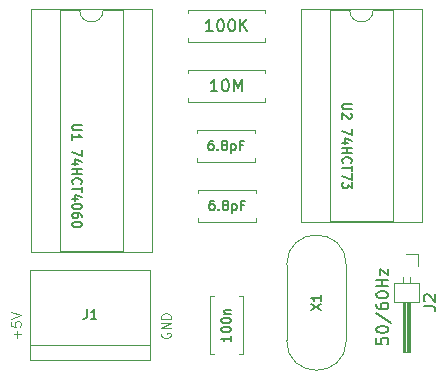
<source format=gbr>
%TF.GenerationSoftware,KiCad,Pcbnew,7.0.9*%
%TF.CreationDate,2023-11-22T20:22:54-05:00*%
%TF.ProjectId,tick-circuit,7469636b-2d63-4697-9263-7569742e6b69,rev?*%
%TF.SameCoordinates,Original*%
%TF.FileFunction,Legend,Top*%
%TF.FilePolarity,Positive*%
%FSLAX46Y46*%
G04 Gerber Fmt 4.6, Leading zero omitted, Abs format (unit mm)*
G04 Created by KiCad (PCBNEW 7.0.9) date 2023-11-22 20:22:54*
%MOMM*%
%LPD*%
G01*
G04 APERTURE LIST*
%ADD10C,0.108000*%
%ADD11C,0.150000*%
%ADD12C,0.141000*%
%ADD13C,0.120000*%
G04 APERTURE END LIST*
D10*
X30082574Y-41249523D02*
X30044479Y-41325713D01*
X30044479Y-41325713D02*
X30044479Y-41439999D01*
X30044479Y-41439999D02*
X30082574Y-41554285D01*
X30082574Y-41554285D02*
X30158764Y-41630475D01*
X30158764Y-41630475D02*
X30234955Y-41668570D01*
X30234955Y-41668570D02*
X30387336Y-41706666D01*
X30387336Y-41706666D02*
X30501622Y-41706666D01*
X30501622Y-41706666D02*
X30654003Y-41668570D01*
X30654003Y-41668570D02*
X30730193Y-41630475D01*
X30730193Y-41630475D02*
X30806384Y-41554285D01*
X30806384Y-41554285D02*
X30844479Y-41439999D01*
X30844479Y-41439999D02*
X30844479Y-41363808D01*
X30844479Y-41363808D02*
X30806384Y-41249523D01*
X30806384Y-41249523D02*
X30768288Y-41211427D01*
X30768288Y-41211427D02*
X30501622Y-41211427D01*
X30501622Y-41211427D02*
X30501622Y-41363808D01*
X30844479Y-40868570D02*
X30044479Y-40868570D01*
X30044479Y-40868570D02*
X30844479Y-40411427D01*
X30844479Y-40411427D02*
X30044479Y-40411427D01*
X30844479Y-40030475D02*
X30044479Y-40030475D01*
X30044479Y-40030475D02*
X30044479Y-39839999D01*
X30044479Y-39839999D02*
X30082574Y-39725713D01*
X30082574Y-39725713D02*
X30158764Y-39649523D01*
X30158764Y-39649523D02*
X30234955Y-39611428D01*
X30234955Y-39611428D02*
X30387336Y-39573332D01*
X30387336Y-39573332D02*
X30501622Y-39573332D01*
X30501622Y-39573332D02*
X30654003Y-39611428D01*
X30654003Y-39611428D02*
X30730193Y-39649523D01*
X30730193Y-39649523D02*
X30806384Y-39725713D01*
X30806384Y-39725713D02*
X30844479Y-39839999D01*
X30844479Y-39839999D02*
X30844479Y-40030475D01*
X17839717Y-41668570D02*
X17839717Y-41059047D01*
X18144479Y-41363808D02*
X17534955Y-41363808D01*
X17344479Y-40297142D02*
X17344479Y-40678094D01*
X17344479Y-40678094D02*
X17725431Y-40716190D01*
X17725431Y-40716190D02*
X17687336Y-40678094D01*
X17687336Y-40678094D02*
X17649241Y-40601904D01*
X17649241Y-40601904D02*
X17649241Y-40411428D01*
X17649241Y-40411428D02*
X17687336Y-40335237D01*
X17687336Y-40335237D02*
X17725431Y-40297142D01*
X17725431Y-40297142D02*
X17801622Y-40259047D01*
X17801622Y-40259047D02*
X17992098Y-40259047D01*
X17992098Y-40259047D02*
X18068288Y-40297142D01*
X18068288Y-40297142D02*
X18106384Y-40335237D01*
X18106384Y-40335237D02*
X18144479Y-40411428D01*
X18144479Y-40411428D02*
X18144479Y-40601904D01*
X18144479Y-40601904D02*
X18106384Y-40678094D01*
X18106384Y-40678094D02*
X18068288Y-40716190D01*
X17344479Y-40030475D02*
X18144479Y-39763808D01*
X18144479Y-39763808D02*
X17344479Y-39497142D01*
D11*
X52254819Y-38993333D02*
X52969104Y-38993333D01*
X52969104Y-38993333D02*
X53111961Y-39040952D01*
X53111961Y-39040952D02*
X53207200Y-39136190D01*
X53207200Y-39136190D02*
X53254819Y-39279047D01*
X53254819Y-39279047D02*
X53254819Y-39374285D01*
X52350057Y-38564761D02*
X52302438Y-38517142D01*
X52302438Y-38517142D02*
X52254819Y-38421904D01*
X52254819Y-38421904D02*
X52254819Y-38183809D01*
X52254819Y-38183809D02*
X52302438Y-38088571D01*
X52302438Y-38088571D02*
X52350057Y-38040952D01*
X52350057Y-38040952D02*
X52445295Y-37993333D01*
X52445295Y-37993333D02*
X52540533Y-37993333D01*
X52540533Y-37993333D02*
X52683390Y-38040952D01*
X52683390Y-38040952D02*
X53254819Y-38612380D01*
X53254819Y-38612380D02*
X53254819Y-37993333D01*
X48254819Y-41683809D02*
X48254819Y-42159999D01*
X48254819Y-42159999D02*
X48731009Y-42207618D01*
X48731009Y-42207618D02*
X48683390Y-42159999D01*
X48683390Y-42159999D02*
X48635771Y-42064761D01*
X48635771Y-42064761D02*
X48635771Y-41826666D01*
X48635771Y-41826666D02*
X48683390Y-41731428D01*
X48683390Y-41731428D02*
X48731009Y-41683809D01*
X48731009Y-41683809D02*
X48826247Y-41636190D01*
X48826247Y-41636190D02*
X49064342Y-41636190D01*
X49064342Y-41636190D02*
X49159580Y-41683809D01*
X49159580Y-41683809D02*
X49207200Y-41731428D01*
X49207200Y-41731428D02*
X49254819Y-41826666D01*
X49254819Y-41826666D02*
X49254819Y-42064761D01*
X49254819Y-42064761D02*
X49207200Y-42159999D01*
X49207200Y-42159999D02*
X49159580Y-42207618D01*
X48254819Y-41017142D02*
X48254819Y-40921904D01*
X48254819Y-40921904D02*
X48302438Y-40826666D01*
X48302438Y-40826666D02*
X48350057Y-40779047D01*
X48350057Y-40779047D02*
X48445295Y-40731428D01*
X48445295Y-40731428D02*
X48635771Y-40683809D01*
X48635771Y-40683809D02*
X48873866Y-40683809D01*
X48873866Y-40683809D02*
X49064342Y-40731428D01*
X49064342Y-40731428D02*
X49159580Y-40779047D01*
X49159580Y-40779047D02*
X49207200Y-40826666D01*
X49207200Y-40826666D02*
X49254819Y-40921904D01*
X49254819Y-40921904D02*
X49254819Y-41017142D01*
X49254819Y-41017142D02*
X49207200Y-41112380D01*
X49207200Y-41112380D02*
X49159580Y-41159999D01*
X49159580Y-41159999D02*
X49064342Y-41207618D01*
X49064342Y-41207618D02*
X48873866Y-41255237D01*
X48873866Y-41255237D02*
X48635771Y-41255237D01*
X48635771Y-41255237D02*
X48445295Y-41207618D01*
X48445295Y-41207618D02*
X48350057Y-41159999D01*
X48350057Y-41159999D02*
X48302438Y-41112380D01*
X48302438Y-41112380D02*
X48254819Y-41017142D01*
X48207200Y-39540952D02*
X49492914Y-40398094D01*
X48254819Y-38779047D02*
X48254819Y-38969523D01*
X48254819Y-38969523D02*
X48302438Y-39064761D01*
X48302438Y-39064761D02*
X48350057Y-39112380D01*
X48350057Y-39112380D02*
X48492914Y-39207618D01*
X48492914Y-39207618D02*
X48683390Y-39255237D01*
X48683390Y-39255237D02*
X49064342Y-39255237D01*
X49064342Y-39255237D02*
X49159580Y-39207618D01*
X49159580Y-39207618D02*
X49207200Y-39159999D01*
X49207200Y-39159999D02*
X49254819Y-39064761D01*
X49254819Y-39064761D02*
X49254819Y-38874285D01*
X49254819Y-38874285D02*
X49207200Y-38779047D01*
X49207200Y-38779047D02*
X49159580Y-38731428D01*
X49159580Y-38731428D02*
X49064342Y-38683809D01*
X49064342Y-38683809D02*
X48826247Y-38683809D01*
X48826247Y-38683809D02*
X48731009Y-38731428D01*
X48731009Y-38731428D02*
X48683390Y-38779047D01*
X48683390Y-38779047D02*
X48635771Y-38874285D01*
X48635771Y-38874285D02*
X48635771Y-39064761D01*
X48635771Y-39064761D02*
X48683390Y-39159999D01*
X48683390Y-39159999D02*
X48731009Y-39207618D01*
X48731009Y-39207618D02*
X48826247Y-39255237D01*
X48254819Y-38064761D02*
X48254819Y-37969523D01*
X48254819Y-37969523D02*
X48302438Y-37874285D01*
X48302438Y-37874285D02*
X48350057Y-37826666D01*
X48350057Y-37826666D02*
X48445295Y-37779047D01*
X48445295Y-37779047D02*
X48635771Y-37731428D01*
X48635771Y-37731428D02*
X48873866Y-37731428D01*
X48873866Y-37731428D02*
X49064342Y-37779047D01*
X49064342Y-37779047D02*
X49159580Y-37826666D01*
X49159580Y-37826666D02*
X49207200Y-37874285D01*
X49207200Y-37874285D02*
X49254819Y-37969523D01*
X49254819Y-37969523D02*
X49254819Y-38064761D01*
X49254819Y-38064761D02*
X49207200Y-38159999D01*
X49207200Y-38159999D02*
X49159580Y-38207618D01*
X49159580Y-38207618D02*
X49064342Y-38255237D01*
X49064342Y-38255237D02*
X48873866Y-38302856D01*
X48873866Y-38302856D02*
X48635771Y-38302856D01*
X48635771Y-38302856D02*
X48445295Y-38255237D01*
X48445295Y-38255237D02*
X48350057Y-38207618D01*
X48350057Y-38207618D02*
X48302438Y-38159999D01*
X48302438Y-38159999D02*
X48254819Y-38064761D01*
X49254819Y-37302856D02*
X48254819Y-37302856D01*
X48731009Y-37302856D02*
X48731009Y-36731428D01*
X49254819Y-36731428D02*
X48254819Y-36731428D01*
X48588152Y-36350475D02*
X48588152Y-35826666D01*
X48588152Y-35826666D02*
X49254819Y-36350475D01*
X49254819Y-36350475D02*
X49254819Y-35826666D01*
X34393333Y-15694819D02*
X33821905Y-15694819D01*
X34107619Y-15694819D02*
X34107619Y-14694819D01*
X34107619Y-14694819D02*
X34012381Y-14837676D01*
X34012381Y-14837676D02*
X33917143Y-14932914D01*
X33917143Y-14932914D02*
X33821905Y-14980533D01*
X35012381Y-14694819D02*
X35107619Y-14694819D01*
X35107619Y-14694819D02*
X35202857Y-14742438D01*
X35202857Y-14742438D02*
X35250476Y-14790057D01*
X35250476Y-14790057D02*
X35298095Y-14885295D01*
X35298095Y-14885295D02*
X35345714Y-15075771D01*
X35345714Y-15075771D02*
X35345714Y-15313866D01*
X35345714Y-15313866D02*
X35298095Y-15504342D01*
X35298095Y-15504342D02*
X35250476Y-15599580D01*
X35250476Y-15599580D02*
X35202857Y-15647200D01*
X35202857Y-15647200D02*
X35107619Y-15694819D01*
X35107619Y-15694819D02*
X35012381Y-15694819D01*
X35012381Y-15694819D02*
X34917143Y-15647200D01*
X34917143Y-15647200D02*
X34869524Y-15599580D01*
X34869524Y-15599580D02*
X34821905Y-15504342D01*
X34821905Y-15504342D02*
X34774286Y-15313866D01*
X34774286Y-15313866D02*
X34774286Y-15075771D01*
X34774286Y-15075771D02*
X34821905Y-14885295D01*
X34821905Y-14885295D02*
X34869524Y-14790057D01*
X34869524Y-14790057D02*
X34917143Y-14742438D01*
X34917143Y-14742438D02*
X35012381Y-14694819D01*
X35964762Y-14694819D02*
X36060000Y-14694819D01*
X36060000Y-14694819D02*
X36155238Y-14742438D01*
X36155238Y-14742438D02*
X36202857Y-14790057D01*
X36202857Y-14790057D02*
X36250476Y-14885295D01*
X36250476Y-14885295D02*
X36298095Y-15075771D01*
X36298095Y-15075771D02*
X36298095Y-15313866D01*
X36298095Y-15313866D02*
X36250476Y-15504342D01*
X36250476Y-15504342D02*
X36202857Y-15599580D01*
X36202857Y-15599580D02*
X36155238Y-15647200D01*
X36155238Y-15647200D02*
X36060000Y-15694819D01*
X36060000Y-15694819D02*
X35964762Y-15694819D01*
X35964762Y-15694819D02*
X35869524Y-15647200D01*
X35869524Y-15647200D02*
X35821905Y-15599580D01*
X35821905Y-15599580D02*
X35774286Y-15504342D01*
X35774286Y-15504342D02*
X35726667Y-15313866D01*
X35726667Y-15313866D02*
X35726667Y-15075771D01*
X35726667Y-15075771D02*
X35774286Y-14885295D01*
X35774286Y-14885295D02*
X35821905Y-14790057D01*
X35821905Y-14790057D02*
X35869524Y-14742438D01*
X35869524Y-14742438D02*
X35964762Y-14694819D01*
X36726667Y-15694819D02*
X36726667Y-14694819D01*
X37298095Y-15694819D02*
X36869524Y-15123390D01*
X37298095Y-14694819D02*
X36726667Y-15266247D01*
X34798095Y-20774819D02*
X34226667Y-20774819D01*
X34512381Y-20774819D02*
X34512381Y-19774819D01*
X34512381Y-19774819D02*
X34417143Y-19917676D01*
X34417143Y-19917676D02*
X34321905Y-20012914D01*
X34321905Y-20012914D02*
X34226667Y-20060533D01*
X35417143Y-19774819D02*
X35512381Y-19774819D01*
X35512381Y-19774819D02*
X35607619Y-19822438D01*
X35607619Y-19822438D02*
X35655238Y-19870057D01*
X35655238Y-19870057D02*
X35702857Y-19965295D01*
X35702857Y-19965295D02*
X35750476Y-20155771D01*
X35750476Y-20155771D02*
X35750476Y-20393866D01*
X35750476Y-20393866D02*
X35702857Y-20584342D01*
X35702857Y-20584342D02*
X35655238Y-20679580D01*
X35655238Y-20679580D02*
X35607619Y-20727200D01*
X35607619Y-20727200D02*
X35512381Y-20774819D01*
X35512381Y-20774819D02*
X35417143Y-20774819D01*
X35417143Y-20774819D02*
X35321905Y-20727200D01*
X35321905Y-20727200D02*
X35274286Y-20679580D01*
X35274286Y-20679580D02*
X35226667Y-20584342D01*
X35226667Y-20584342D02*
X35179048Y-20393866D01*
X35179048Y-20393866D02*
X35179048Y-20155771D01*
X35179048Y-20155771D02*
X35226667Y-19965295D01*
X35226667Y-19965295D02*
X35274286Y-19870057D01*
X35274286Y-19870057D02*
X35321905Y-19822438D01*
X35321905Y-19822438D02*
X35417143Y-19774819D01*
X36179048Y-20774819D02*
X36179048Y-19774819D01*
X36179048Y-19774819D02*
X36512381Y-20489104D01*
X36512381Y-20489104D02*
X36845714Y-19774819D01*
X36845714Y-19774819D02*
X36845714Y-20774819D01*
X23297704Y-23616190D02*
X22650085Y-23616190D01*
X22650085Y-23616190D02*
X22573895Y-23654285D01*
X22573895Y-23654285D02*
X22535800Y-23692380D01*
X22535800Y-23692380D02*
X22497704Y-23768571D01*
X22497704Y-23768571D02*
X22497704Y-23920952D01*
X22497704Y-23920952D02*
X22535800Y-23997142D01*
X22535800Y-23997142D02*
X22573895Y-24035237D01*
X22573895Y-24035237D02*
X22650085Y-24073333D01*
X22650085Y-24073333D02*
X23297704Y-24073333D01*
X22497704Y-24873332D02*
X22497704Y-24416189D01*
X22497704Y-24644761D02*
X23297704Y-24644761D01*
X23297704Y-24644761D02*
X23183419Y-24568570D01*
X23183419Y-24568570D02*
X23107228Y-24492380D01*
X23107228Y-24492380D02*
X23069133Y-24416189D01*
X23297704Y-25749523D02*
X23297704Y-26282857D01*
X23297704Y-26282857D02*
X22497704Y-25939999D01*
X23031038Y-26930476D02*
X22497704Y-26930476D01*
X23335800Y-26740000D02*
X22764371Y-26549523D01*
X22764371Y-26549523D02*
X22764371Y-27044762D01*
X22497704Y-27349524D02*
X23297704Y-27349524D01*
X22916752Y-27349524D02*
X22916752Y-27806667D01*
X22497704Y-27806667D02*
X23297704Y-27806667D01*
X22573895Y-28644762D02*
X22535800Y-28606666D01*
X22535800Y-28606666D02*
X22497704Y-28492381D01*
X22497704Y-28492381D02*
X22497704Y-28416190D01*
X22497704Y-28416190D02*
X22535800Y-28301904D01*
X22535800Y-28301904D02*
X22611990Y-28225714D01*
X22611990Y-28225714D02*
X22688180Y-28187619D01*
X22688180Y-28187619D02*
X22840561Y-28149523D01*
X22840561Y-28149523D02*
X22954847Y-28149523D01*
X22954847Y-28149523D02*
X23107228Y-28187619D01*
X23107228Y-28187619D02*
X23183419Y-28225714D01*
X23183419Y-28225714D02*
X23259609Y-28301904D01*
X23259609Y-28301904D02*
X23297704Y-28416190D01*
X23297704Y-28416190D02*
X23297704Y-28492381D01*
X23297704Y-28492381D02*
X23259609Y-28606666D01*
X23259609Y-28606666D02*
X23221514Y-28644762D01*
X23297704Y-28873333D02*
X23297704Y-29330476D01*
X22497704Y-29101904D02*
X23297704Y-29101904D01*
X23031038Y-29940000D02*
X22497704Y-29940000D01*
X23335800Y-29749524D02*
X22764371Y-29559047D01*
X22764371Y-29559047D02*
X22764371Y-30054286D01*
X23297704Y-30511429D02*
X23297704Y-30587619D01*
X23297704Y-30587619D02*
X23259609Y-30663810D01*
X23259609Y-30663810D02*
X23221514Y-30701905D01*
X23221514Y-30701905D02*
X23145323Y-30740000D01*
X23145323Y-30740000D02*
X22992942Y-30778095D01*
X22992942Y-30778095D02*
X22802466Y-30778095D01*
X22802466Y-30778095D02*
X22650085Y-30740000D01*
X22650085Y-30740000D02*
X22573895Y-30701905D01*
X22573895Y-30701905D02*
X22535800Y-30663810D01*
X22535800Y-30663810D02*
X22497704Y-30587619D01*
X22497704Y-30587619D02*
X22497704Y-30511429D01*
X22497704Y-30511429D02*
X22535800Y-30435238D01*
X22535800Y-30435238D02*
X22573895Y-30397143D01*
X22573895Y-30397143D02*
X22650085Y-30359048D01*
X22650085Y-30359048D02*
X22802466Y-30320952D01*
X22802466Y-30320952D02*
X22992942Y-30320952D01*
X22992942Y-30320952D02*
X23145323Y-30359048D01*
X23145323Y-30359048D02*
X23221514Y-30397143D01*
X23221514Y-30397143D02*
X23259609Y-30435238D01*
X23259609Y-30435238D02*
X23297704Y-30511429D01*
X23297704Y-31463810D02*
X23297704Y-31311429D01*
X23297704Y-31311429D02*
X23259609Y-31235238D01*
X23259609Y-31235238D02*
X23221514Y-31197143D01*
X23221514Y-31197143D02*
X23107228Y-31120953D01*
X23107228Y-31120953D02*
X22954847Y-31082857D01*
X22954847Y-31082857D02*
X22650085Y-31082857D01*
X22650085Y-31082857D02*
X22573895Y-31120953D01*
X22573895Y-31120953D02*
X22535800Y-31159048D01*
X22535800Y-31159048D02*
X22497704Y-31235238D01*
X22497704Y-31235238D02*
X22497704Y-31387619D01*
X22497704Y-31387619D02*
X22535800Y-31463810D01*
X22535800Y-31463810D02*
X22573895Y-31501905D01*
X22573895Y-31501905D02*
X22650085Y-31540000D01*
X22650085Y-31540000D02*
X22840561Y-31540000D01*
X22840561Y-31540000D02*
X22916752Y-31501905D01*
X22916752Y-31501905D02*
X22954847Y-31463810D01*
X22954847Y-31463810D02*
X22992942Y-31387619D01*
X22992942Y-31387619D02*
X22992942Y-31235238D01*
X22992942Y-31235238D02*
X22954847Y-31159048D01*
X22954847Y-31159048D02*
X22916752Y-31120953D01*
X22916752Y-31120953D02*
X22840561Y-31082857D01*
X23297704Y-32035239D02*
X23297704Y-32111429D01*
X23297704Y-32111429D02*
X23259609Y-32187620D01*
X23259609Y-32187620D02*
X23221514Y-32225715D01*
X23221514Y-32225715D02*
X23145323Y-32263810D01*
X23145323Y-32263810D02*
X22992942Y-32301905D01*
X22992942Y-32301905D02*
X22802466Y-32301905D01*
X22802466Y-32301905D02*
X22650085Y-32263810D01*
X22650085Y-32263810D02*
X22573895Y-32225715D01*
X22573895Y-32225715D02*
X22535800Y-32187620D01*
X22535800Y-32187620D02*
X22497704Y-32111429D01*
X22497704Y-32111429D02*
X22497704Y-32035239D01*
X22497704Y-32035239D02*
X22535800Y-31959048D01*
X22535800Y-31959048D02*
X22573895Y-31920953D01*
X22573895Y-31920953D02*
X22650085Y-31882858D01*
X22650085Y-31882858D02*
X22802466Y-31844762D01*
X22802466Y-31844762D02*
X22992942Y-31844762D01*
X22992942Y-31844762D02*
X23145323Y-31882858D01*
X23145323Y-31882858D02*
X23221514Y-31920953D01*
X23221514Y-31920953D02*
X23259609Y-31959048D01*
X23259609Y-31959048D02*
X23297704Y-32035239D01*
D12*
X34476190Y-30042763D02*
X34323809Y-30042763D01*
X34323809Y-30042763D02*
X34247618Y-30080858D01*
X34247618Y-30080858D02*
X34209523Y-30118953D01*
X34209523Y-30118953D02*
X34133333Y-30233239D01*
X34133333Y-30233239D02*
X34095237Y-30385620D01*
X34095237Y-30385620D02*
X34095237Y-30690382D01*
X34095237Y-30690382D02*
X34133333Y-30766572D01*
X34133333Y-30766572D02*
X34171428Y-30804668D01*
X34171428Y-30804668D02*
X34247618Y-30842763D01*
X34247618Y-30842763D02*
X34399999Y-30842763D01*
X34399999Y-30842763D02*
X34476190Y-30804668D01*
X34476190Y-30804668D02*
X34514285Y-30766572D01*
X34514285Y-30766572D02*
X34552380Y-30690382D01*
X34552380Y-30690382D02*
X34552380Y-30499906D01*
X34552380Y-30499906D02*
X34514285Y-30423715D01*
X34514285Y-30423715D02*
X34476190Y-30385620D01*
X34476190Y-30385620D02*
X34399999Y-30347525D01*
X34399999Y-30347525D02*
X34247618Y-30347525D01*
X34247618Y-30347525D02*
X34171428Y-30385620D01*
X34171428Y-30385620D02*
X34133333Y-30423715D01*
X34133333Y-30423715D02*
X34095237Y-30499906D01*
X34895238Y-30766572D02*
X34933333Y-30804668D01*
X34933333Y-30804668D02*
X34895238Y-30842763D01*
X34895238Y-30842763D02*
X34857142Y-30804668D01*
X34857142Y-30804668D02*
X34895238Y-30766572D01*
X34895238Y-30766572D02*
X34895238Y-30842763D01*
X35390475Y-30385620D02*
X35314285Y-30347525D01*
X35314285Y-30347525D02*
X35276190Y-30309429D01*
X35276190Y-30309429D02*
X35238094Y-30233239D01*
X35238094Y-30233239D02*
X35238094Y-30195144D01*
X35238094Y-30195144D02*
X35276190Y-30118953D01*
X35276190Y-30118953D02*
X35314285Y-30080858D01*
X35314285Y-30080858D02*
X35390475Y-30042763D01*
X35390475Y-30042763D02*
X35542856Y-30042763D01*
X35542856Y-30042763D02*
X35619047Y-30080858D01*
X35619047Y-30080858D02*
X35657142Y-30118953D01*
X35657142Y-30118953D02*
X35695237Y-30195144D01*
X35695237Y-30195144D02*
X35695237Y-30233239D01*
X35695237Y-30233239D02*
X35657142Y-30309429D01*
X35657142Y-30309429D02*
X35619047Y-30347525D01*
X35619047Y-30347525D02*
X35542856Y-30385620D01*
X35542856Y-30385620D02*
X35390475Y-30385620D01*
X35390475Y-30385620D02*
X35314285Y-30423715D01*
X35314285Y-30423715D02*
X35276190Y-30461810D01*
X35276190Y-30461810D02*
X35238094Y-30538001D01*
X35238094Y-30538001D02*
X35238094Y-30690382D01*
X35238094Y-30690382D02*
X35276190Y-30766572D01*
X35276190Y-30766572D02*
X35314285Y-30804668D01*
X35314285Y-30804668D02*
X35390475Y-30842763D01*
X35390475Y-30842763D02*
X35542856Y-30842763D01*
X35542856Y-30842763D02*
X35619047Y-30804668D01*
X35619047Y-30804668D02*
X35657142Y-30766572D01*
X35657142Y-30766572D02*
X35695237Y-30690382D01*
X35695237Y-30690382D02*
X35695237Y-30538001D01*
X35695237Y-30538001D02*
X35657142Y-30461810D01*
X35657142Y-30461810D02*
X35619047Y-30423715D01*
X35619047Y-30423715D02*
X35542856Y-30385620D01*
X36038095Y-30309429D02*
X36038095Y-31109429D01*
X36038095Y-30347525D02*
X36114285Y-30309429D01*
X36114285Y-30309429D02*
X36266666Y-30309429D01*
X36266666Y-30309429D02*
X36342857Y-30347525D01*
X36342857Y-30347525D02*
X36380952Y-30385620D01*
X36380952Y-30385620D02*
X36419047Y-30461810D01*
X36419047Y-30461810D02*
X36419047Y-30690382D01*
X36419047Y-30690382D02*
X36380952Y-30766572D01*
X36380952Y-30766572D02*
X36342857Y-30804668D01*
X36342857Y-30804668D02*
X36266666Y-30842763D01*
X36266666Y-30842763D02*
X36114285Y-30842763D01*
X36114285Y-30842763D02*
X36038095Y-30804668D01*
X37028571Y-30423715D02*
X36761905Y-30423715D01*
X36761905Y-30842763D02*
X36761905Y-30042763D01*
X36761905Y-30042763D02*
X37142857Y-30042763D01*
D11*
X42742295Y-39327619D02*
X43542295Y-38794285D01*
X42742295Y-38794285D02*
X43542295Y-39327619D01*
X43542295Y-38070476D02*
X43542295Y-38527619D01*
X43542295Y-38299047D02*
X42742295Y-38299047D01*
X42742295Y-38299047D02*
X42856580Y-38375238D01*
X42856580Y-38375238D02*
X42932771Y-38451428D01*
X42932771Y-38451428D02*
X42970866Y-38527619D01*
D12*
X35922763Y-41495238D02*
X35922763Y-41952381D01*
X35922763Y-41723809D02*
X35122763Y-41723809D01*
X35122763Y-41723809D02*
X35237048Y-41800000D01*
X35237048Y-41800000D02*
X35313239Y-41876190D01*
X35313239Y-41876190D02*
X35351334Y-41952381D01*
X35122763Y-40999999D02*
X35122763Y-40923809D01*
X35122763Y-40923809D02*
X35160858Y-40847618D01*
X35160858Y-40847618D02*
X35198953Y-40809523D01*
X35198953Y-40809523D02*
X35275144Y-40771428D01*
X35275144Y-40771428D02*
X35427525Y-40733333D01*
X35427525Y-40733333D02*
X35618001Y-40733333D01*
X35618001Y-40733333D02*
X35770382Y-40771428D01*
X35770382Y-40771428D02*
X35846572Y-40809523D01*
X35846572Y-40809523D02*
X35884668Y-40847618D01*
X35884668Y-40847618D02*
X35922763Y-40923809D01*
X35922763Y-40923809D02*
X35922763Y-40999999D01*
X35922763Y-40999999D02*
X35884668Y-41076190D01*
X35884668Y-41076190D02*
X35846572Y-41114285D01*
X35846572Y-41114285D02*
X35770382Y-41152380D01*
X35770382Y-41152380D02*
X35618001Y-41190476D01*
X35618001Y-41190476D02*
X35427525Y-41190476D01*
X35427525Y-41190476D02*
X35275144Y-41152380D01*
X35275144Y-41152380D02*
X35198953Y-41114285D01*
X35198953Y-41114285D02*
X35160858Y-41076190D01*
X35160858Y-41076190D02*
X35122763Y-40999999D01*
X35122763Y-40238094D02*
X35122763Y-40161904D01*
X35122763Y-40161904D02*
X35160858Y-40085713D01*
X35160858Y-40085713D02*
X35198953Y-40047618D01*
X35198953Y-40047618D02*
X35275144Y-40009523D01*
X35275144Y-40009523D02*
X35427525Y-39971428D01*
X35427525Y-39971428D02*
X35618001Y-39971428D01*
X35618001Y-39971428D02*
X35770382Y-40009523D01*
X35770382Y-40009523D02*
X35846572Y-40047618D01*
X35846572Y-40047618D02*
X35884668Y-40085713D01*
X35884668Y-40085713D02*
X35922763Y-40161904D01*
X35922763Y-40161904D02*
X35922763Y-40238094D01*
X35922763Y-40238094D02*
X35884668Y-40314285D01*
X35884668Y-40314285D02*
X35846572Y-40352380D01*
X35846572Y-40352380D02*
X35770382Y-40390475D01*
X35770382Y-40390475D02*
X35618001Y-40428571D01*
X35618001Y-40428571D02*
X35427525Y-40428571D01*
X35427525Y-40428571D02*
X35275144Y-40390475D01*
X35275144Y-40390475D02*
X35198953Y-40352380D01*
X35198953Y-40352380D02*
X35160858Y-40314285D01*
X35160858Y-40314285D02*
X35122763Y-40238094D01*
X35389429Y-39628570D02*
X35922763Y-39628570D01*
X35465620Y-39628570D02*
X35427525Y-39590475D01*
X35427525Y-39590475D02*
X35389429Y-39514285D01*
X35389429Y-39514285D02*
X35389429Y-39399999D01*
X35389429Y-39399999D02*
X35427525Y-39323808D01*
X35427525Y-39323808D02*
X35503715Y-39285713D01*
X35503715Y-39285713D02*
X35922763Y-39285713D01*
D11*
X23753333Y-39252295D02*
X23753333Y-39823723D01*
X23753333Y-39823723D02*
X23715238Y-39938009D01*
X23715238Y-39938009D02*
X23639047Y-40014200D01*
X23639047Y-40014200D02*
X23524762Y-40052295D01*
X23524762Y-40052295D02*
X23448571Y-40052295D01*
X24553333Y-40052295D02*
X24096190Y-40052295D01*
X24324762Y-40052295D02*
X24324762Y-39252295D01*
X24324762Y-39252295D02*
X24248571Y-39366580D01*
X24248571Y-39366580D02*
X24172381Y-39442771D01*
X24172381Y-39442771D02*
X24096190Y-39480866D01*
X46157704Y-21838095D02*
X45510085Y-21838095D01*
X45510085Y-21838095D02*
X45433895Y-21876190D01*
X45433895Y-21876190D02*
X45395800Y-21914285D01*
X45395800Y-21914285D02*
X45357704Y-21990476D01*
X45357704Y-21990476D02*
X45357704Y-22142857D01*
X45357704Y-22142857D02*
X45395800Y-22219047D01*
X45395800Y-22219047D02*
X45433895Y-22257142D01*
X45433895Y-22257142D02*
X45510085Y-22295238D01*
X45510085Y-22295238D02*
X46157704Y-22295238D01*
X46081514Y-22638094D02*
X46119609Y-22676190D01*
X46119609Y-22676190D02*
X46157704Y-22752380D01*
X46157704Y-22752380D02*
X46157704Y-22942856D01*
X46157704Y-22942856D02*
X46119609Y-23019047D01*
X46119609Y-23019047D02*
X46081514Y-23057142D01*
X46081514Y-23057142D02*
X46005323Y-23095237D01*
X46005323Y-23095237D02*
X45929133Y-23095237D01*
X45929133Y-23095237D02*
X45814847Y-23057142D01*
X45814847Y-23057142D02*
X45357704Y-22599999D01*
X45357704Y-22599999D02*
X45357704Y-23095237D01*
X46157704Y-23971428D02*
X46157704Y-24504762D01*
X46157704Y-24504762D02*
X45357704Y-24161904D01*
X45891038Y-25152381D02*
X45357704Y-25152381D01*
X46195800Y-24961905D02*
X45624371Y-24771428D01*
X45624371Y-24771428D02*
X45624371Y-25266667D01*
X45357704Y-25571429D02*
X46157704Y-25571429D01*
X45776752Y-25571429D02*
X45776752Y-26028572D01*
X45357704Y-26028572D02*
X46157704Y-26028572D01*
X45433895Y-26866667D02*
X45395800Y-26828571D01*
X45395800Y-26828571D02*
X45357704Y-26714286D01*
X45357704Y-26714286D02*
X45357704Y-26638095D01*
X45357704Y-26638095D02*
X45395800Y-26523809D01*
X45395800Y-26523809D02*
X45471990Y-26447619D01*
X45471990Y-26447619D02*
X45548180Y-26409524D01*
X45548180Y-26409524D02*
X45700561Y-26371428D01*
X45700561Y-26371428D02*
X45814847Y-26371428D01*
X45814847Y-26371428D02*
X45967228Y-26409524D01*
X45967228Y-26409524D02*
X46043419Y-26447619D01*
X46043419Y-26447619D02*
X46119609Y-26523809D01*
X46119609Y-26523809D02*
X46157704Y-26638095D01*
X46157704Y-26638095D02*
X46157704Y-26714286D01*
X46157704Y-26714286D02*
X46119609Y-26828571D01*
X46119609Y-26828571D02*
X46081514Y-26866667D01*
X46157704Y-27095238D02*
X46157704Y-27552381D01*
X45357704Y-27323809D02*
X46157704Y-27323809D01*
X46157704Y-27742857D02*
X46157704Y-28276191D01*
X46157704Y-28276191D02*
X45357704Y-27933333D01*
X46157704Y-28504762D02*
X46157704Y-29000000D01*
X46157704Y-29000000D02*
X45852942Y-28733334D01*
X45852942Y-28733334D02*
X45852942Y-28847619D01*
X45852942Y-28847619D02*
X45814847Y-28923810D01*
X45814847Y-28923810D02*
X45776752Y-28961905D01*
X45776752Y-28961905D02*
X45700561Y-29000000D01*
X45700561Y-29000000D02*
X45510085Y-29000000D01*
X45510085Y-29000000D02*
X45433895Y-28961905D01*
X45433895Y-28961905D02*
X45395800Y-28923810D01*
X45395800Y-28923810D02*
X45357704Y-28847619D01*
X45357704Y-28847619D02*
X45357704Y-28619048D01*
X45357704Y-28619048D02*
X45395800Y-28542857D01*
X45395800Y-28542857D02*
X45433895Y-28504762D01*
D12*
X34396190Y-24962763D02*
X34243809Y-24962763D01*
X34243809Y-24962763D02*
X34167618Y-25000858D01*
X34167618Y-25000858D02*
X34129523Y-25038953D01*
X34129523Y-25038953D02*
X34053333Y-25153239D01*
X34053333Y-25153239D02*
X34015237Y-25305620D01*
X34015237Y-25305620D02*
X34015237Y-25610382D01*
X34015237Y-25610382D02*
X34053333Y-25686572D01*
X34053333Y-25686572D02*
X34091428Y-25724668D01*
X34091428Y-25724668D02*
X34167618Y-25762763D01*
X34167618Y-25762763D02*
X34319999Y-25762763D01*
X34319999Y-25762763D02*
X34396190Y-25724668D01*
X34396190Y-25724668D02*
X34434285Y-25686572D01*
X34434285Y-25686572D02*
X34472380Y-25610382D01*
X34472380Y-25610382D02*
X34472380Y-25419906D01*
X34472380Y-25419906D02*
X34434285Y-25343715D01*
X34434285Y-25343715D02*
X34396190Y-25305620D01*
X34396190Y-25305620D02*
X34319999Y-25267525D01*
X34319999Y-25267525D02*
X34167618Y-25267525D01*
X34167618Y-25267525D02*
X34091428Y-25305620D01*
X34091428Y-25305620D02*
X34053333Y-25343715D01*
X34053333Y-25343715D02*
X34015237Y-25419906D01*
X34815238Y-25686572D02*
X34853333Y-25724668D01*
X34853333Y-25724668D02*
X34815238Y-25762763D01*
X34815238Y-25762763D02*
X34777142Y-25724668D01*
X34777142Y-25724668D02*
X34815238Y-25686572D01*
X34815238Y-25686572D02*
X34815238Y-25762763D01*
X35310475Y-25305620D02*
X35234285Y-25267525D01*
X35234285Y-25267525D02*
X35196190Y-25229429D01*
X35196190Y-25229429D02*
X35158094Y-25153239D01*
X35158094Y-25153239D02*
X35158094Y-25115144D01*
X35158094Y-25115144D02*
X35196190Y-25038953D01*
X35196190Y-25038953D02*
X35234285Y-25000858D01*
X35234285Y-25000858D02*
X35310475Y-24962763D01*
X35310475Y-24962763D02*
X35462856Y-24962763D01*
X35462856Y-24962763D02*
X35539047Y-25000858D01*
X35539047Y-25000858D02*
X35577142Y-25038953D01*
X35577142Y-25038953D02*
X35615237Y-25115144D01*
X35615237Y-25115144D02*
X35615237Y-25153239D01*
X35615237Y-25153239D02*
X35577142Y-25229429D01*
X35577142Y-25229429D02*
X35539047Y-25267525D01*
X35539047Y-25267525D02*
X35462856Y-25305620D01*
X35462856Y-25305620D02*
X35310475Y-25305620D01*
X35310475Y-25305620D02*
X35234285Y-25343715D01*
X35234285Y-25343715D02*
X35196190Y-25381810D01*
X35196190Y-25381810D02*
X35158094Y-25458001D01*
X35158094Y-25458001D02*
X35158094Y-25610382D01*
X35158094Y-25610382D02*
X35196190Y-25686572D01*
X35196190Y-25686572D02*
X35234285Y-25724668D01*
X35234285Y-25724668D02*
X35310475Y-25762763D01*
X35310475Y-25762763D02*
X35462856Y-25762763D01*
X35462856Y-25762763D02*
X35539047Y-25724668D01*
X35539047Y-25724668D02*
X35577142Y-25686572D01*
X35577142Y-25686572D02*
X35615237Y-25610382D01*
X35615237Y-25610382D02*
X35615237Y-25458001D01*
X35615237Y-25458001D02*
X35577142Y-25381810D01*
X35577142Y-25381810D02*
X35539047Y-25343715D01*
X35539047Y-25343715D02*
X35462856Y-25305620D01*
X35958095Y-25229429D02*
X35958095Y-26029429D01*
X35958095Y-25267525D02*
X36034285Y-25229429D01*
X36034285Y-25229429D02*
X36186666Y-25229429D01*
X36186666Y-25229429D02*
X36262857Y-25267525D01*
X36262857Y-25267525D02*
X36300952Y-25305620D01*
X36300952Y-25305620D02*
X36339047Y-25381810D01*
X36339047Y-25381810D02*
X36339047Y-25610382D01*
X36339047Y-25610382D02*
X36300952Y-25686572D01*
X36300952Y-25686572D02*
X36262857Y-25724668D01*
X36262857Y-25724668D02*
X36186666Y-25762763D01*
X36186666Y-25762763D02*
X36034285Y-25762763D01*
X36034285Y-25762763D02*
X35958095Y-25724668D01*
X36948571Y-25343715D02*
X36681905Y-25343715D01*
X36681905Y-25762763D02*
X36681905Y-24962763D01*
X36681905Y-24962763D02*
X37062857Y-24962763D01*
D13*
%TO.C,J2*%
X50570000Y-38620000D02*
X50570000Y-42820000D01*
X51110000Y-42820000D02*
X50490000Y-42820000D01*
X50800000Y-34560000D02*
X51800000Y-34560000D01*
X49740000Y-38620000D02*
X51860000Y-38620000D01*
X51860000Y-37000000D02*
X49740000Y-37000000D01*
X51050000Y-38620000D02*
X51050000Y-42820000D01*
X50490000Y-36495000D02*
X50490000Y-37000000D01*
X51800000Y-34560000D02*
X51800000Y-35560000D01*
X49740000Y-37000000D02*
X49740000Y-38620000D01*
X50810000Y-38620000D02*
X50810000Y-42820000D01*
X51110000Y-38620000D02*
X51110000Y-42820000D01*
X50690000Y-38620000D02*
X50690000Y-42820000D01*
X50930000Y-38620000D02*
X50930000Y-42820000D01*
X51110000Y-36495000D02*
X51110000Y-37000000D01*
X50490000Y-42820000D02*
X50490000Y-38620000D01*
X51860000Y-38620000D02*
X51860000Y-37000000D01*
%TO.C,R2*%
X38830000Y-16610000D02*
X38830000Y-16280000D01*
X32290000Y-13870000D02*
X38830000Y-13870000D01*
X32290000Y-16610000D02*
X38830000Y-16610000D01*
X32290000Y-16280000D02*
X32290000Y-16610000D01*
X32290000Y-14200000D02*
X32290000Y-13870000D01*
X38830000Y-13870000D02*
X38830000Y-14200000D01*
%TO.C,R1*%
X32290000Y-18950000D02*
X32290000Y-19280000D01*
X38830000Y-21690000D02*
X32290000Y-21690000D01*
X38830000Y-18950000D02*
X32290000Y-18950000D01*
X38830000Y-19280000D02*
X38830000Y-18950000D01*
X38830000Y-21360000D02*
X38830000Y-21690000D01*
X32290000Y-21690000D02*
X32290000Y-21360000D01*
%TO.C,U1*%
X18990000Y-13850000D02*
X18990000Y-34410000D01*
X18990000Y-34410000D02*
X29270000Y-34410000D01*
X21480000Y-13910000D02*
X21480000Y-34350000D01*
X21480000Y-34350000D02*
X26780000Y-34350000D01*
X23130000Y-13910000D02*
X21480000Y-13910000D01*
X26780000Y-13910000D02*
X25130000Y-13910000D01*
X26780000Y-34350000D02*
X26780000Y-13910000D01*
X29270000Y-13850000D02*
X18990000Y-13850000D01*
X29270000Y-34410000D02*
X29270000Y-13850000D01*
X23130000Y-13910000D02*
G75*
G03*
X25130000Y-13910000I1000000J0D01*
G01*
%TO.C,C2*%
X38070000Y-31850000D02*
X38070000Y-31535000D01*
X38070000Y-31850000D02*
X33130000Y-31850000D01*
X38070000Y-29425000D02*
X38070000Y-29110000D01*
X38070000Y-29110000D02*
X33130000Y-29110000D01*
X33130000Y-31850000D02*
X33130000Y-31535000D01*
X33130000Y-29425000D02*
X33130000Y-29110000D01*
%TO.C,X1*%
X40655000Y-41880000D02*
X40655000Y-35480000D01*
X45705000Y-41880000D02*
X45705000Y-35480000D01*
X40655000Y-41880000D02*
G75*
G03*
X45705000Y-41880000I2525000J0D01*
G01*
X45705000Y-35480000D02*
G75*
G03*
X40655000Y-35480000I-2525000J0D01*
G01*
%TO.C,C3*%
X34190000Y-43070000D02*
X34505000Y-43070000D01*
X34190000Y-43070000D02*
X34190000Y-38130000D01*
X36615000Y-43070000D02*
X36930000Y-43070000D01*
X36930000Y-43070000D02*
X36930000Y-38130000D01*
X34190000Y-38130000D02*
X34505000Y-38130000D01*
X36615000Y-38130000D02*
X36930000Y-38130000D01*
%TO.C,J1*%
X18940000Y-35880000D02*
X18940000Y-43500000D01*
X18940000Y-43500000D02*
X29100000Y-43500000D01*
X29100000Y-35880000D02*
X18940000Y-35880000D01*
X29100000Y-42230000D02*
X18940000Y-42230000D01*
X29100000Y-43500000D02*
X29100000Y-35880000D01*
%TO.C,U2*%
X41850000Y-13850000D02*
X41850000Y-31870000D01*
X41850000Y-31870000D02*
X52130000Y-31870000D01*
X44340000Y-13910000D02*
X44340000Y-31810000D01*
X44340000Y-31810000D02*
X49640000Y-31810000D01*
X45990000Y-13910000D02*
X44340000Y-13910000D01*
X49640000Y-13910000D02*
X47990000Y-13910000D01*
X49640000Y-31810000D02*
X49640000Y-13910000D01*
X52130000Y-13850000D02*
X41850000Y-13850000D01*
X52130000Y-31870000D02*
X52130000Y-13850000D01*
X45990000Y-13910000D02*
G75*
G03*
X47990000Y-13910000I1000000J0D01*
G01*
%TO.C,C1*%
X33050000Y-24030000D02*
X33050000Y-24345000D01*
X33050000Y-24030000D02*
X37990000Y-24030000D01*
X33050000Y-26455000D02*
X33050000Y-26770000D01*
X33050000Y-26770000D02*
X37990000Y-26770000D01*
X37990000Y-24030000D02*
X37990000Y-24345000D01*
X37990000Y-26455000D02*
X37990000Y-26770000D01*
%TD*%
M02*

</source>
